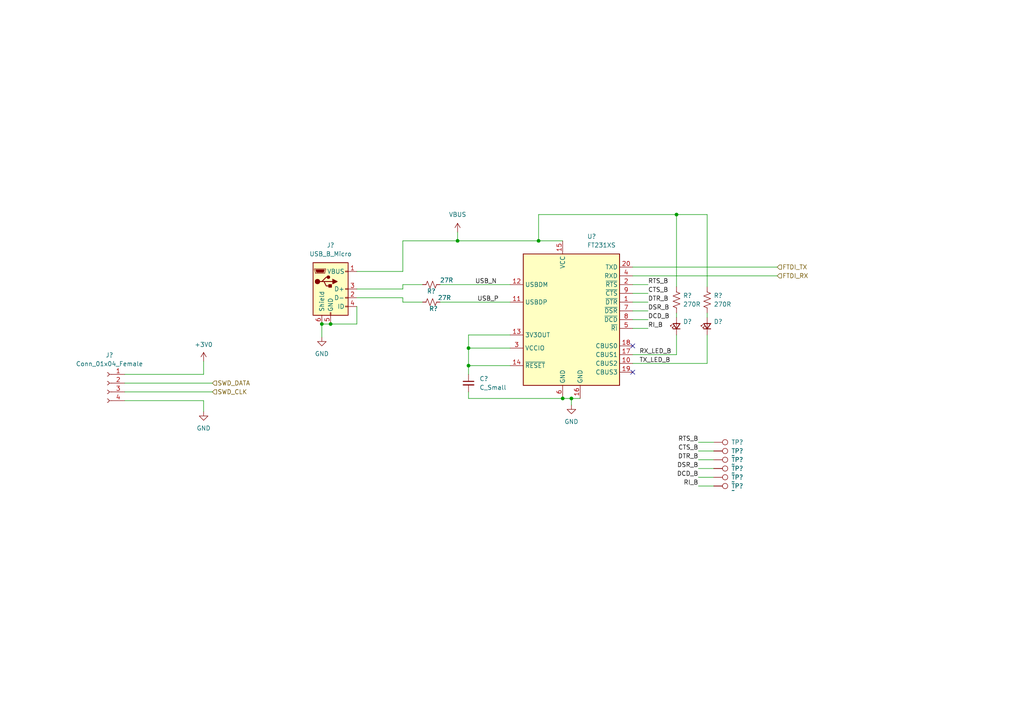
<source format=kicad_sch>
(kicad_sch (version 20211123) (generator eeschema)
  (paper "A4")
  (lib_symbols
    (symbol "Connector:Conn_01x04_Female" (pin_names (offset 1.016) hide)
      (property "Reference" "J" (at 0 5.08 0))
      (property "Value" "Conn_01x04_Female" (at 0 -7.62 0))
      (symbol "Conn_01x04_Female_1_1"
        (arc (start 0 -4.572) (mid -0.508 -5.08) (end 0 -5.588) (stroke (width 0.1524)))
        (arc (start 0 -2.032) (mid -0.508 -2.54) (end 0 -3.048) (stroke (width 0.1524)))
        (polyline (pts (xy -1.27 -5.08) (xy -0.508 -5.08)) (stroke (width 0.1524)))
        (polyline (pts (xy -1.27 -2.54) (xy -0.508 -2.54)) (stroke (width 0.1524)))
        (polyline (pts (xy -1.27 0) (xy -0.508 0)) (stroke (width 0.1524)))
        (polyline (pts (xy -1.27 2.54) (xy -0.508 2.54)) (stroke (width 0.1524)))
        (arc (start 0 0.508) (mid -0.508 0) (end 0 -0.508) (stroke (width 0.1524)))
        (arc (start 0 3.048) (mid -0.508 2.54) (end 0 2.032) (stroke (width 0.1524)))
        (pin passive line (at -5.08 2.54 0) (length 3.81) (name "Pin_1") (number "1"))
        (pin passive line (at -5.08 0 0) (length 3.81) (name "Pin_2") (number "2"))
        (pin passive line (at -5.08 -2.54 0) (length 3.81) (name "Pin_3") (number "3"))
        (pin passive line (at -5.08 -5.08 0) (length 3.81) (name "Pin_4") (number "4"))
      )
    )
    (symbol "Connector:TestPoint" (pin_numbers hide) (pin_names (offset 0.762) hide)
      (property "Reference" "TP" (at 0 6.858 0))
      (property "Value" "TestPoint" (at 0 5.08 0))
      (symbol "TestPoint_0_1"
        (circle (center 0 3.302) (radius 0.762))
      )
      (symbol "TestPoint_1_1"
        (pin passive line (at 0 0 90) (length 2.54) (name "1") (number "1"))
      )
    )
    (symbol "Connector:USB_B_Micro" (pin_names (offset 1.016))
      (property "Reference" "J" (at -5.08 11.43 0))
      (property "Value" "USB_B_Micro" (at -5.08 8.89 0))
      (symbol "USB_B_Micro_0_1"
        (rectangle (start -5.08 -7.62) (end 5.08 7.62) (stroke (width 0.254)) (fill (type background)))
        (circle (center -3.81 2.159) (radius 0.635) (stroke (width 0.254)) (fill (type outline)))
        (circle (center -0.635 3.429) (radius 0.381) (stroke (width 0.254)) (fill (type outline)))
        (rectangle (start -0.127 -7.62) (end 0.127 -6.858))
        (polyline (pts (xy -1.905 2.159) (xy 0.635 2.159)) (stroke (width 0.254)))
        (polyline (pts (xy -3.175 2.159) (xy -2.54 2.159) (xy -1.27 3.429) (xy -0.635 3.429)) (stroke (width 0.254)))
        (polyline (pts (xy -2.54 2.159) (xy -1.905 2.159) (xy -1.27 0.889) (xy 0 0.889)) (stroke (width 0.254)))
        (polyline (pts (xy 0.635 2.794) (xy 0.635 1.524) (xy 1.905 2.159) (xy 0.635 2.794)) (stroke (width 0.254)) (fill (type outline)))
        (polyline (pts (xy -4.318 5.588) (xy -1.778 5.588) (xy -2.032 4.826) (xy -4.064 4.826) (xy -4.318 5.588)) (fill (type outline)))
        (polyline (pts (xy -4.699 5.842) (xy -4.699 5.588) (xy -4.445 4.826) (xy -4.445 4.572) (xy -1.651 4.572) (xy -1.651 4.826) (xy -1.397 5.588) (xy -1.397 5.842) (xy -4.699 5.842)))
        (rectangle (start 0.254 1.27) (end -0.508 0.508) (stroke (width 0.254)) (fill (type outline)))
        (rectangle (start 5.08 -5.207) (end 4.318 -4.953))
        (rectangle (start 5.08 -2.667) (end 4.318 -2.413))
        (rectangle (start 5.08 -0.127) (end 4.318 0.127))
        (rectangle (start 5.08 4.953) (end 4.318 5.207))
      )
      (symbol "USB_B_Micro_1_1"
        (pin power_out line (at 7.62 5.08 180) (length 2.54) (name "VBUS") (number "1"))
        (pin bidirectional line (at 7.62 -2.54 180) (length 2.54) (name "D-") (number "2"))
        (pin bidirectional line (at 7.62 0 180) (length 2.54) (name "D+") (number "3"))
        (pin passive line (at 7.62 -5.08 180) (length 2.54) (name "ID") (number "4"))
        (pin power_out line (at 0 -10.16 90) (length 2.54) (name "GND") (number "5"))
        (pin passive line (at -2.54 -10.16 90) (length 2.54) (name "Shield") (number "6"))
      )
    )
    (symbol "Device:C_Small" (pin_numbers hide) (pin_names (offset 0.254) hide)
      (property "Reference" "C" (at 0.254 1.778 0))
      (property "Value" "C_Small" (at 0.254 -2.032 0))
      (symbol "C_Small_0_1"
        (polyline (pts (xy -1.524 -0.508) (xy 1.524 -0.508)) (stroke (width 0.3302)))
        (polyline (pts (xy -1.524 0.508) (xy 1.524 0.508)) (stroke (width 0.3048)))
      )
      (symbol "C_Small_1_1"
        (pin passive line (at 0 2.54 270) (length 2.032) (name "~") (number "1"))
        (pin passive line (at 0 -2.54 90) (length 2.032) (name "~") (number "2"))
      )
    )
    (symbol "Device:LED_Small" (pin_numbers hide) (pin_names (offset 0.254) hide)
      (property "Reference" "D" (at -1.27 3.175 0))
      (property "Value" "LED_Small" (at -4.445 -2.54 0))
      (symbol "LED_Small_0_1"
        (polyline (pts (xy -0.762 -1.016) (xy -0.762 1.016)) (stroke (width 0.254)))
        (polyline (pts (xy 1.016 0) (xy -0.762 0)))
        (polyline (pts (xy 0.762 -1.016) (xy -0.762 0) (xy 0.762 1.016) (xy 0.762 -1.016)) (stroke (width 0.254)))
        (polyline (pts (xy 0 0.762) (xy -0.508 1.27) (xy -0.254 1.27) (xy -0.508 1.27) (xy -0.508 1.016)))
        (polyline (pts (xy 0.508 1.27) (xy 0 1.778) (xy 0.254 1.778) (xy 0 1.778) (xy 0 1.524)))
      )
      (symbol "LED_Small_1_1"
        (pin passive line (at -2.54 0 0) (length 1.778) (name "K") (number "1"))
        (pin passive line (at 2.54 0 180) (length 1.778) (name "A") (number "2"))
      )
    )
    (symbol "Device:R_Small_US" (pin_numbers hide) (pin_names (offset 0.254) hide)
      (property "Reference" "R" (at 0.762 0.508 0))
      (property "Value" "R_Small_US" (at 0.762 -1.016 0))
      (symbol "R_Small_US_1_1"
        (polyline (pts (xy 0 0) (xy 1.016 -0.381) (xy 0 -0.762) (xy -1.016 -1.143) (xy 0 -1.524)))
        (polyline (pts (xy 0 1.524) (xy 1.016 1.143) (xy 0 0.762) (xy -1.016 0.381) (xy 0 0)))
        (pin passive line (at 0 2.54 270) (length 1.016) (name "~") (number "1"))
        (pin passive line (at 0 -2.54 90) (length 1.016) (name "~") (number "2"))
      )
    )
    (symbol "Device:R_US" (pin_numbers hide) (pin_names (offset 0))
      (property "Reference" "R" (at 2.54 0 90))
      (property "Value" "R_US" (at -2.54 0 90))
      (symbol "R_US_0_1"
        (polyline (pts (xy 0 -2.286) (xy 0 -2.54)))
        (polyline (pts (xy 0 2.286) (xy 0 2.54)))
        (polyline (pts (xy 0 -0.762) (xy 1.016 -1.143) (xy 0 -1.524) (xy -1.016 -1.905) (xy 0 -2.286)))
        (polyline (pts (xy 0 0.762) (xy 1.016 0.381) (xy 0 0) (xy -1.016 -0.381) (xy 0 -0.762)))
        (polyline (pts (xy 0 2.286) (xy 1.016 1.905) (xy 0 1.524) (xy -1.016 1.143) (xy 0 0.762)))
      )
      (symbol "R_US_1_1"
        (pin passive line (at 0 3.81 270) (length 1.27) (name "~") (number "1"))
        (pin passive line (at 0 -3.81 90) (length 1.27) (name "~") (number "2"))
      )
    )
    (symbol "Interface_USB:FT231XS"
      (property "Reference" "U?" (at 4.5594 24.13 0))
      (property "Value" "FT231XS" (at 4.5594 21.59 0))
      (symbol "FT231XS_0_1"
        (rectangle (start -13.97 19.05) (end 13.97 -19.05) (stroke (width 0.254)) (fill (type background)))
      )
      (symbol "FT231XS_1_1"
        (pin output line (at 17.78 5.08 180) (length 3.81) (name "~{DTR}") (number "1"))
        (pin bidirectional line (at 17.78 -12.7 180) (length 3.81) (name "CBUS2") (number "10"))
        (pin bidirectional line (at -17.78 5.08 0) (length 3.81) (name "USBDP") (number "11"))
        (pin bidirectional line (at -17.78 10.16 0) (length 3.81) (name "USBDM") (number "12"))
        (pin power_out line (at -17.78 -4.445 0) (length 3.81) (name "3V3OUT") (number "13"))
        (pin input line (at -17.78 -13.335 0) (length 3.81) (name "~{RESET}") (number "14"))
        (pin power_in line (at -2.54 22.86 270) (length 3.81) (name "VCC") (number "15"))
        (pin power_in line (at 2.54 -22.86 90) (length 3.81) (name "GND") (number "16"))
        (pin bidirectional line (at 17.78 -10.16 180) (length 3.81) (name "CBUS1") (number "17"))
        (pin bidirectional line (at 17.78 -7.62 180) (length 3.81) (name "CBUS0") (number "18"))
        (pin bidirectional line (at 17.78 -15.24 180) (length 3.81) (name "CBUS3") (number "19"))
        (pin output line (at 17.78 10.16 180) (length 3.81) (name "~{RTS}") (number "2"))
        (pin output line (at 17.78 15.24 180) (length 3.81) (name "TXD") (number "20"))
        (pin power_in line (at -17.78 -8.255 0) (length 3.81) (name "VCCIO") (number "3"))
        (pin input line (at 17.78 12.7 180) (length 3.81) (name "RXD") (number "4"))
        (pin input line (at 17.78 -2.54 180) (length 3.81) (name "~{RI}") (number "5"))
        (pin power_in line (at -2.54 -22.86 90) (length 3.81) (name "GND") (number "6"))
        (pin input line (at 17.78 2.54 180) (length 3.81) (name "~{DSR}") (number "7"))
        (pin input line (at 17.78 0 180) (length 3.81) (name "~{DCD}") (number "8"))
        (pin input line (at 17.78 7.62 180) (length 3.81) (name "~{CTS}") (number "9"))
      )
    )
    (symbol "power:+3V0" (power) (pin_names (offset 0))
      (property "Value" "+3V0" (at 0 3.556 0))
      (symbol "+3V0_0_1"
        (polyline (pts (xy -0.762 1.27) (xy 0 2.54)))
        (polyline (pts (xy 0 0) (xy 0 2.54)))
        (polyline (pts (xy 0 2.54) (xy 0.762 1.27)))
      )
      (symbol "+3V0_1_1"
        (pin power_in line (at 0 0 90) (length 0) hide (name "+3V0") (number "1"))
      )
    )
    (symbol "power:GND" (power) (pin_names (offset 0))
      (property "Value" "GND" (at 0 -3.81 0))
      (symbol "GND_0_1"
        (polyline (pts (xy 0 0) (xy 0 -1.27) (xy 1.27 -1.27) (xy 0 -2.54) (xy -1.27 -1.27) (xy 0 -1.27)))
      )
      (symbol "GND_1_1"
        (pin power_in line (at 0 0 270) (length 0) hide (name "GND") (number "1"))
      )
    )
    (symbol "power:VBUS" (power) (pin_names (offset 0))
      (property "Value" "VBUS" (at 0 3.81 0))
      (symbol "VBUS_0_1"
        (polyline (pts (xy -0.762 1.27) (xy 0 2.54)))
        (polyline (pts (xy 0 0) (xy 0 2.54)))
        (polyline (pts (xy 0 2.54) (xy 0.762 1.27)))
      )
      (symbol "VBUS_1_1"
        (pin power_in line (at 0 0 90) (length 0) hide (name "VBUS") (number "1"))
      )
    )
  )
  (junction (at 196.215 62.23))
  (junction (at 135.89 106.045))
  (junction (at 156.21 69.85))
  (junction (at 93.345 93.98))
  (junction (at 165.735 115.57))
  (junction (at 132.715 69.85))
  (junction (at 95.885 93.98))
  (junction (at 135.89 100.965))
  (junction (at 163.195 115.57))
  (no_connect (at 183.515 107.95))
  (no_connect (at 183.515 100.33))
  (wire (pts (xy 116.84 69.85) (xy 132.715 69.85)))
  (wire (pts (xy 116.84 83.82) (xy 103.505 83.82)))
  (wire (pts (xy 183.515 85.09) (xy 187.96 85.09)))
  (wire (pts (xy 93.345 93.98) (xy 95.885 93.98)))
  (wire (pts (xy 156.21 62.23) (xy 156.21 69.85)))
  (wire (pts (xy 207.01 133.35) (xy 202.565 133.35)))
  (wire (pts (xy 59.055 104.775) (xy 59.055 108.585)))
  (wire (pts (xy 135.89 100.965) (xy 135.89 106.045)))
  (wire (pts (xy 196.215 102.87) (xy 196.215 97.155)))
  (wire (pts (xy 183.515 102.87) (xy 196.215 102.87)))
  (wire (pts (xy 135.89 97.155) (xy 135.89 100.965)))
  (wire (pts (xy 127.635 87.63) (xy 147.955 87.63)))
  (wire (pts (xy 132.715 67.31) (xy 132.715 69.85)))
  (wire (pts (xy 205.105 105.41) (xy 183.515 105.41)))
  (wire (pts (xy 196.215 83.185) (xy 196.215 62.23)))
  (wire (pts (xy 196.215 92.075) (xy 196.215 90.805)))
  (wire (pts (xy 135.89 113.665) (xy 135.89 115.57)))
  (wire (pts (xy 59.055 116.205) (xy 59.055 119.38)))
  (wire (pts (xy 93.345 93.98) (xy 93.345 97.79)))
  (wire (pts (xy 147.955 106.045) (xy 135.89 106.045)))
  (wire (pts (xy 116.84 78.74) (xy 116.84 69.85)))
  (wire (pts (xy 183.515 92.71) (xy 187.96 92.71)))
  (wire (pts (xy 205.105 62.23) (xy 205.105 83.185)))
  (wire (pts (xy 205.105 97.155) (xy 205.105 105.41)))
  (wire (pts (xy 147.955 97.155) (xy 135.89 97.155)))
  (wire (pts (xy 116.84 82.55) (xy 116.84 83.82)))
  (wire (pts (xy 36.195 113.665) (xy 61.595 113.665)))
  (wire (pts (xy 116.84 87.63) (xy 122.555 87.63)))
  (wire (pts (xy 183.515 80.01) (xy 225.425 80.01)))
  (wire (pts (xy 116.84 82.55) (xy 122.555 82.55)))
  (wire (pts (xy 132.715 69.85) (xy 156.21 69.85)))
  (wire (pts (xy 103.505 93.98) (xy 95.885 93.98)))
  (wire (pts (xy 156.21 69.85) (xy 163.195 69.85)))
  (wire (pts (xy 183.515 95.25) (xy 187.96 95.25)))
  (wire (pts (xy 103.505 78.74) (xy 116.84 78.74)))
  (wire (pts (xy 207.01 128.27) (xy 202.565 128.27)))
  (wire (pts (xy 196.215 62.23) (xy 205.105 62.23)))
  (wire (pts (xy 135.89 115.57) (xy 163.195 115.57)))
  (wire (pts (xy 163.195 115.57) (xy 165.735 115.57)))
  (wire (pts (xy 147.955 100.965) (xy 135.89 100.965)))
  (wire (pts (xy 156.21 62.23) (xy 196.215 62.23)))
  (wire (pts (xy 207.01 135.89) (xy 202.565 135.89)))
  (wire (pts (xy 135.89 106.045) (xy 135.89 108.585)))
  (wire (pts (xy 207.01 130.81) (xy 202.565 130.81)))
  (wire (pts (xy 207.01 138.43) (xy 202.565 138.43)))
  (wire (pts (xy 116.84 86.36) (xy 116.84 87.63)))
  (wire (pts (xy 205.105 90.805) (xy 205.105 92.075)))
  (wire (pts (xy 127.635 82.55) (xy 147.955 82.55)))
  (wire (pts (xy 36.195 116.205) (xy 59.055 116.205)))
  (wire (pts (xy 202.565 140.97) (xy 207.01 140.97)))
  (wire (pts (xy 183.515 87.63) (xy 187.96 87.63)))
  (wire (pts (xy 183.515 82.55) (xy 187.96 82.55)))
  (wire (pts (xy 36.195 108.585) (xy 59.055 108.585)))
  (wire (pts (xy 165.735 115.57) (xy 165.735 117.475)))
  (wire (pts (xy 165.735 115.57) (xy 168.275 115.57)))
  (wire (pts (xy 103.505 86.36) (xy 116.84 86.36)))
  (wire (pts (xy 183.515 77.47) (xy 225.425 77.47)))
  (wire (pts (xy 183.515 90.17) (xy 187.96 90.17)))
  (wire (pts (xy 36.195 111.125) (xy 61.595 111.125)))
  (wire (pts (xy 103.505 88.9) (xy 103.505 93.98)))
  (label "USB_N" (at 137.795 82.55 0))
  (label "TX_LED_B" (at 185.42 105.41 0))
  (label "CTS_B" (at 202.565 130.81 180))
  (label "RX_LED_B" (at 185.42 102.87 0))
  (label "DCD_B" (at 202.565 138.43 180))
  (label "DSR_B" (at 202.565 135.89 180))
  (label "RI_B" (at 202.565 140.97 180))
  (label "DTR_B" (at 202.565 133.35 180))
  (label "RI_B" (at 187.96 95.25 0))
  (label "DCD_B" (at 187.96 92.71 0))
  (label "DSR_B" (at 187.96 90.17 0))
  (label "RTS_B" (at 202.565 128.27 180))
  (label "DTR_B" (at 187.96 87.63 0))
  (label "RTS_B" (at 187.96 82.55 0))
  (label "USB_P" (at 138.43 87.63 0))
  (label "CTS_B" (at 187.96 85.09 0))
  (hierarchical_label "SWD_CLK" (shape input) (at 61.595 113.665 0))
  (hierarchical_label "FTDI_TX" (shape input) (at 225.425 77.47 0))
  (hierarchical_label "FTDI_RX" (shape input) (at 225.425 80.01 0))
  (hierarchical_label "SWD_DATA" (shape input) (at 61.595 111.125 0))
  (symbol (lib_id "Device:LED_Small") (at 205.105 94.615 90) (unit 1)
    (property "Reference" "D?" (at 207.01 93.2814 90) (effects (justify right)))
  )
  (symbol (lib_id "power:GND") (at 165.735 117.475 0) (unit 1)
    (property "Reference" "#PWR?" (effects hide))
    (property "Value" "~" (at 165.735 122.301 0))
  )
  (symbol (lib_id "Connector:TestPoint") (at 207.01 130.81 270) (unit 1)
    (property "Reference" "TP?" (at 212.09 130.8099 90) (effects (justify left)))
    (property "Value" "~" (at 212.09 132.0799 90) (effects (justify left)))
  )
  (symbol (lib_id "Device:R_US") (at 196.215 86.995 0) (unit 1)
    (property "Reference" "R?" (at 198.12 85.7249 0) (effects (justify left)))
    (property "Value" "270R" (at 198.12 88.2649 0) (effects (justify left)))
  )
  (symbol (lib_id "Device:R_Small_US") (at 125.095 82.55 90) (unit 1)
    (property "Reference" "R?" (at 125.095 84.455 90))
    (property "Value" "27R" (at 129.54 81.28 90))
  )
  (symbol (lib_id "Connector:TestPoint") (at 207.01 128.27 270) (unit 1)
    (property "Reference" "TP?" (at 212.09 128.27 90) (effects (justify left)))
    (property "Value" "TestPoint" (effects hide))
  )
  (symbol (lib_id "power:VBUS") (at 132.715 67.31 0) (unit 1)
    (property "Reference" "#PWR?" (effects hide))
    (property "Value" "VBUS" (at 132.715 62.23 0))
  )
  (symbol (lib_id "power:GND") (at 59.055 119.38 0) (unit 1)
    (property "Reference" "#PWR?" (effects hide))
    (property "Value" "GND" (at 59.055 124.206 0))
  )
  (symbol (lib_id "power:+3V0") (at 59.055 104.775 0) (unit 1)
    (property "Reference" "#PWR?" (effects hide))
    (property "Value" "+3V0" (at 59.055 99.949 0))
  )
  (symbol (lib_id "Device:R_Small_US") (at 125.095 87.63 90) (unit 1)
    (property "Reference" "R?" (at 125.73 89.535 90))
    (property "Value" "27R" (at 128.905 86.36 90))
  )
  (symbol (lib_id "power:GND") (at 93.345 97.79 0) (unit 1)
    (property "Reference" "#PWR?" (effects hide))
    (property "Value" "~" (at 93.345 102.616 0))
  )
  (symbol (lib_id "Device:LED_Small") (at 196.215 94.615 90) (unit 1)
    (property "Reference" "D?" (at 198.12 93.2814 90) (effects (justify right)))
    (property "Value" "LED_Small" (effects hide))
  )
  (symbol (lib_id "Connector:TestPoint") (at 207.01 140.97 270) (unit 1)
    (property "Reference" "TP?" (at 212.09 140.9699 90) (effects (justify left)))
    (property "Value" "~" (at 212.09 142.2399 90) (effects (justify left)))
  )
  (symbol (lib_id "Connector:TestPoint") (at 207.01 138.43 270) (unit 1)
    (property "Reference" "TP?" (at 212.09 138.4299 90) (effects (justify left)))
    (property "Value" "~" (at 212.09 139.6999 90) (effects (justify left)))
  )
  (symbol (lib_id "Device:R_US") (at 205.105 86.995 0) (unit 1)
    (property "Reference" "R?" (at 207.01 85.7249 0) (effects (justify left)))
    (property "Value" "270R" (at 207.01 88.2649 0) (effects (justify left)))
  )
  (symbol (lib_id "Device:C_Small") (at 135.89 111.125 0) (unit 1)
    (property "Reference" "C?" (at 139.065 109.8612 0) (effects (justify left)))
    (property "Value" "C_Small" (at 139.065 112.4012 0) (effects (justify left)))
  )
  (symbol (lib_id "Interface_USB:FT231XS") (at 165.735 92.71 0) (unit 1)
    (property "Reference" "U?" (at 170.2944 68.58 0) (effects (justify left)))
    (property "Value" "FT231XS" (at 170.2944 71.12 0) (effects (justify left)))
    (property "Footprint" "Package_SO:SSOP-20_3.9x8.7mm_P0.635mm" (effects hide))
    (property "Datasheet" "https://www.ftdichip.com/Support/Documents/DataSheets/ICs/DS_FT231X.pdf" (effects hide))
  )
  (symbol (lib_id "Connector:TestPoint") (at 207.01 135.89 270) (unit 1)
    (property "Reference" "TP?" (at 212.09 135.8899 90) (effects (justify left)))
    (property "Value" "~" (at 212.09 137.1599 90) (effects (justify left)))
  )
  (symbol (lib_id "Connector:Conn_01x04_Female") (at 31.115 111.125 0) (mirror y) (unit 1)
    (property "Reference" "J?" (at 31.75 102.997 0))
    (property "Value" "Conn_01x04_Female" (at 31.75 105.537 0))
  )
  (symbol (lib_id "Connector:TestPoint") (at 207.01 133.35 270) (unit 1)
    (property "Reference" "TP?" (at 212.09 133.3499 90) (effects (justify left)))
    (property "Value" "~" (at 212.09 134.6199 90) (effects (justify left)))
  )
  (symbol (lib_id "Connector:USB_B_Micro") (at 95.885 83.82 0) (unit 1)
    (property "Reference" "J?" (at 95.885 71.12 0))
    (property "Value" "USB_B_Micro" (at 95.885 73.66 0))
  )
)
</source>
